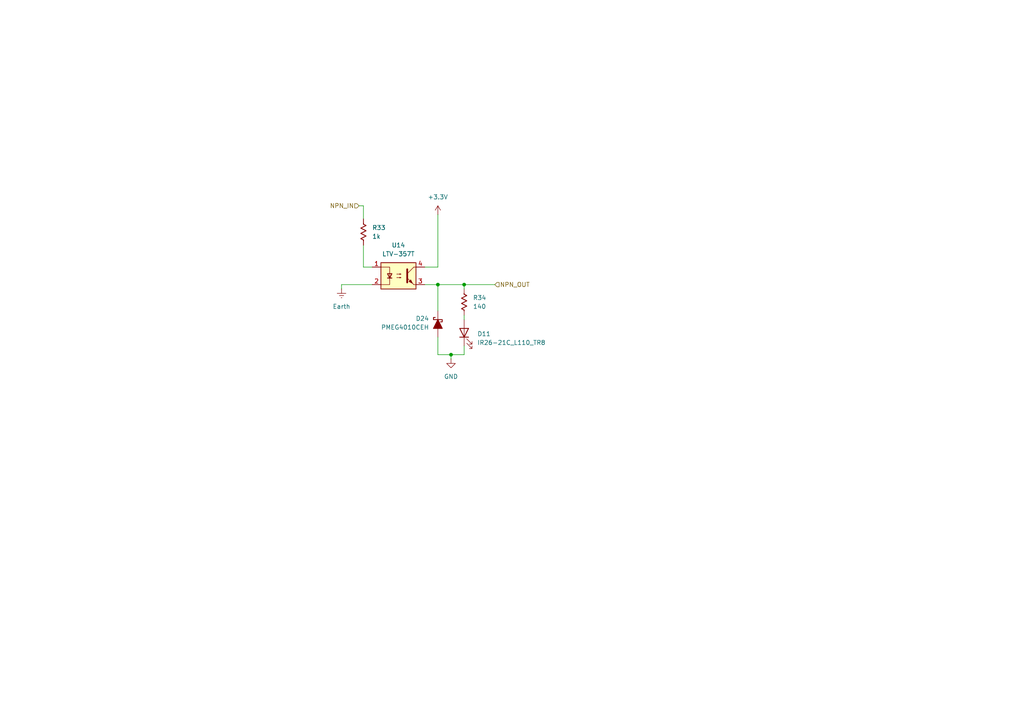
<source format=kicad_sch>
(kicad_sch (version 20250114) (generator "eeschema") (generator_version "9.0")
  (paper "A4")
  (lib_symbols
    (symbol "EasyEDA:+3.3V" (power) (pin_numbers (hide yes)) (pin_names (offset 0) (hide yes))
      (property "Value" "+3.3V" (at 0 3.556 0))
      (symbol "+3.3V_0_1"
        (polyline (pts (xy -0.762 1.27) (xy 0 2.54)))
        (polyline (pts (xy 0 2.54) (xy 0.762 1.27)))
        (polyline (pts (xy 0 0) (xy 0 2.54)))
      )
      (symbol "+3.3V_1_1"
        (pin power_in line (at 0 0 90) (length 0) (name "~") (number "1"))
      )
    )
    (symbol "EasyEDA:GND" (power) (pin_numbers (hide yes)) (pin_names (offset 0) (hide yes))
      (property "Value" "GND" (at 0 -3.81 0))
      (symbol "GND_0_1"
        (polyline (pts (xy 0 0) (xy 0 -1.27) (xy 1.27 -1.27) (xy 0 -2.54) (xy -1.27 -1.27) (xy 0 -1.27)))
      )
      (symbol "GND_1_1"
        (pin power_in line (at 0 0 270) (length 0) (name "~") (number "1"))
      )
    )
    (symbol "EasyEDA:LTV-357T" (pin_names (offset 1.016))
      (property "Reference" "U" (at -5.334 4.826 0))
      (property "Value" "LTV-357T" (at 0 5.08 0))
      (symbol "LTV-357T_0_1"
        (rectangle (start -5.08 3.81) (end 5.08 -3.81) (stroke (width 0.254)) (fill (type background)))
        (polyline (pts (xy -5.08 2.54) (xy -2.54 2.54) (xy -2.54 -0.762)))
        (polyline (pts (xy -3.175 -0.635) (xy -1.905 -0.635)) (stroke (width 0.254)))
        (polyline (pts (xy -2.54 -0.635) (xy -2.54 -2.54) (xy -5.08 -2.54)))
        (polyline (pts (xy -2.54 -0.635) (xy -3.175 0.635) (xy -1.905 0.635) (xy -2.54 -0.635)) (stroke (width 0.254)))
        (polyline (pts (xy -0.508 0.508) (xy 0.762 0.508) (xy 0.381 0.381) (xy 0.381 0.635) (xy 0.762 0.508)))
        (polyline (pts (xy -0.508 -0.508) (xy 0.762 -0.508) (xy 0.381 -0.635) (xy 0.381 -0.381) (xy 0.762 -0.508)))
        (polyline (pts (xy 2.54 1.905) (xy 2.54 -1.905)) (stroke (width 0.508)))
        (polyline (pts (xy 2.54 0.635) (xy 4.445 2.54)))
        (polyline (pts (xy 3.048 -1.651) (xy 3.556 -1.143) (xy 4.064 -2.159) (xy 3.048 -1.651)) (fill (type outline)))
        (polyline (pts (xy 4.445 2.54) (xy 5.08 2.54)))
        (polyline (pts (xy 4.445 -2.54) (xy 2.54 -0.635)) (fill (type outline)))
        (polyline (pts (xy 4.445 -2.54) (xy 5.08 -2.54)))
      )
      (symbol "LTV-357T_1_1"
        (pin passive line (at -7.62 2.54 0) (length 2.54) (name "~") (number "1"))
        (pin passive line (at -7.62 -2.54 0) (length 2.54) (name "~") (number "2"))
        (pin passive line (at 7.62 2.54 180) (length 2.54) (name "~") (number "4"))
        (pin passive line (at 7.62 -2.54 180) (length 2.54) (name "~") (number "3"))
      )
    )
    (symbol "EasyEDA:PMEG4010CEH" (pin_numbers (hide yes)) (pin_names (offset 1.016) (hide yes))
      (property "Reference" "D" (at 0 5.08 0))
      (property "Value" "PMEG4010CEH" (at 0 2.54 0))
      (symbol "PMEG4010CEH_0_1"
        (polyline (pts (xy -1.27 0) (xy 1.27 0)))
        (polyline (pts (xy -1.27 -1.27) (xy -1.27 1.27) (xy 1.27 0) (xy -1.27 -1.27)) (stroke (width 0.254)) (fill (type outline)))
        (polyline (pts (xy 1.905 -0.762) (xy 1.905 -1.27) (xy 1.27 -1.27) (xy 1.27 1.27) (xy 0.635 1.27) (xy 0.635 0.762)) (stroke (width 0.254)))
      )
      (symbol "PMEG4010CEH_0_2"
        (polyline (pts (xy -2.54 -2.54) (xy 2.54 2.54)))
        (polyline (pts (xy -0.889 -0.889) (xy -1.778 0) (xy 0.889 0.889) (xy 0 -1.778) (xy -0.889 -0.889)) (stroke (width 0.254)) (fill (type outline)))
        (polyline (pts (xy 0 1.778) (xy 1.778 0)) (stroke (width 0.254)))
        (polyline (pts (xy 0 1.778) (xy -0.381 1.397) (xy 0 1.016)) (stroke (width 0.254)))
        (polyline (pts (xy 1.778 0) (xy 2.159 0.381) (xy 1.778 0.762)) (stroke (width 0.254)))
      )
      (symbol "PMEG4010CEH_1_1"
        (pin passive line (at -3.81 0 0) (length 2.54) (name "A") (number "2"))
        (pin passive line (at 3.81 0 180) (length 2.54) (name "K") (number "1"))
      )
      (symbol "PMEG4010CEH_1_2"
        (pin passive line (at -2.54 -2.54 0) (length 0) (name "A") (number "2"))
        (pin passive line (at 2.54 2.54 180) (length 0) (name "K") (number "1"))
      )
    )
    (symbol "EasyEDA:R_0603" (pin_numbers (hide yes)) (pin_names (offset 0))
      (property "Reference" "R" (at 2.54 1.27 0))
      (property "Value" "R_0603" (at 2.54 -1.27 0))
      (symbol "R_0603_0_1"
        (polyline (pts (xy 0 2.286) (xy 0 2.54)) (stroke (width 0.254)))
        (polyline (pts (xy 0 2.286) (xy 0.762 1.905) (xy -0.762 1.143) (xy 0 0.762) (xy 0.762 0.381) (xy 0 0) (xy -0.762 -0.381) (xy 0 -0.762) (xy 0.762 -1.143) (xy 0 -1.524) (xy -0.762 -1.905) (xy 0 -2.286)) (stroke (width 0.254)))
        (polyline (pts (xy 0 -2.286) (xy 0 -2.54)) (stroke (width 0.254)))
      )
      (symbol "R_0603_0_2"
        (polyline (pts (xy -2.54 -2.54) (xy -1.778 -1.778)))
        (polyline (pts (xy -1.778 -1.778) (xy -1.524 -1.524)) (stroke (width 0.254)))
        (polyline (pts (xy -1.524 -1.524) (xy -1.778 -0.762) (xy -1.016 -1.016)) (stroke (width 0.254)))
        (polyline (pts (xy -0.508 -0.508) (xy -0.762 0.254) (xy 0 0)) (stroke (width 0.254)))
        (polyline (pts (xy -0.508 -0.508) (xy -0.254 -1.27) (xy -1.016 -1.016)) (stroke (width 0.254)))
        (polyline (pts (xy 0.508 0.508) (xy 0.254 1.27) (xy 1.016 1.016)) (stroke (width 0.254)))
        (polyline (pts (xy 0.508 0.508) (xy 0.762 -0.254) (xy 0 0)) (stroke (width 0.254)))
        (polyline (pts (xy 1.524 1.524) (xy 1.778 0.762) (xy 1.016 1.016)) (stroke (width 0.254)))
        (polyline (pts (xy 1.778 1.778) (xy 1.524 1.524)) (stroke (width 0.254)))
        (polyline (pts (xy 1.778 1.778) (xy 2.54 2.54)))
      )
      (symbol "R_0603_1_1"
        (pin passive line (at 0 3.81 270) (length 1.27) (name "~") (number "1"))
        (pin passive line (at 0 -3.81 90) (length 1.27) (name "~") (number "2"))
      )
      (symbol "R_0603_1_2"
        (pin passive line (at -2.54 -2.54 0) (length 0) (name "") (number "2"))
        (pin passive line (at 2.54 2.54 180) (length 0) (name "") (number "1"))
      )
    )
    (symbol "LED:IR26-21C_L110_TR8" (pin_numbers (hide yes)) (pin_names (offset 1.016) (hide yes))
      (property "Reference" "D" (at 0 2.54 0))
      (property "Value" "IR26-21C_L110_TR8" (at 0 -3.81 0))
      (symbol "IR26-21C_L110_TR8_0_1"
        (polyline (pts (xy -3.048 -0.762) (xy -4.572 -2.286) (xy -3.81 -2.286) (xy -4.572 -2.286) (xy -4.572 -1.524)))
        (polyline (pts (xy -1.778 -0.762) (xy -3.302 -2.286) (xy -2.54 -2.286) (xy -3.302 -2.286) (xy -3.302 -1.524)))
        (polyline (pts (xy -1.27 0) (xy 1.27 0)))
        (polyline (pts (xy -1.27 -1.27) (xy -1.27 1.27)) (stroke (width 0.254)))
        (polyline (pts (xy 1.27 -1.27) (xy 1.27 1.27) (xy -1.27 0) (xy 1.27 -1.27)) (stroke (width 0.254)))
      )
      (symbol "IR26-21C_L110_TR8_1_1"
        (pin passive line (at -3.81 0 0) (length 2.54) (name "K") (number "1"))
        (pin passive line (at 3.81 0 180) (length 2.54) (name "A") (number "2"))
      )
    )
    (symbol "power:Earth" (power) (pin_numbers (hide yes)) (pin_names (offset 0) (hide yes))
      (property "Value" "Earth" (at 0 -3.81 0))
      (symbol "Earth_0_1"
        (polyline (pts (xy -0.635 -1.905) (xy 0.635 -1.905)))
        (polyline (pts (xy -0.127 -2.54) (xy 0.127 -2.54)))
        (polyline (pts (xy 0 -1.27) (xy 0 0)))
        (polyline (pts (xy 1.27 -1.27) (xy -1.27 -1.27)))
      )
      (symbol "Earth_1_1"
        (pin power_in line (at 0 0 270) (length 0) (name "~") (number "1"))
      )
    )
  )
  (junction (at 130.81 102.87))
  (junction (at 134.62 82.55))
  (junction (at 127 82.55))
  (wire (pts (xy 127 82.55) (xy 134.62 82.55)))
  (wire (pts (xy 130.81 102.87) (xy 130.81 104.14)))
  (wire (pts (xy 105.41 77.47) (xy 107.95 77.47)))
  (wire (pts (xy 105.41 59.69) (xy 105.41 63.5)))
  (wire (pts (xy 134.62 100.33) (xy 134.62 102.87)))
  (wire (pts (xy 134.62 102.87) (xy 130.81 102.87)))
  (wire (pts (xy 134.62 82.55) (xy 143.51 82.55)))
  (wire (pts (xy 123.19 77.47) (xy 127 77.47)))
  (wire (pts (xy 104.14 59.69) (xy 105.41 59.69)))
  (wire (pts (xy 134.62 91.44) (xy 134.62 92.71)))
  (wire (pts (xy 99.06 82.55) (xy 107.95 82.55)))
  (wire (pts (xy 127 90.17) (xy 127 82.55)))
  (wire (pts (xy 99.06 82.55) (xy 99.06 83.82)))
  (wire (pts (xy 105.41 71.12) (xy 105.41 77.47)))
  (wire (pts (xy 127 62.23) (xy 127 77.47)))
  (wire (pts (xy 127 97.79) (xy 127 102.87)))
  (wire (pts (xy 123.19 82.55) (xy 127 82.55)))
  (wire (pts (xy 130.81 102.87) (xy 127 102.87)))
  (wire (pts (xy 134.62 82.55) (xy 134.62 83.82)))
  (hierarchical_label "NPN_IN" (shape input) (at 104.14 59.69 180))
  (hierarchical_label "NPN_OUT" (shape input) (at 143.51 82.55 0))
  (symbol (lib_id "EasyEDA:+3.3V") (at 127 62.23 0) (unit 1)
    (property "Reference" "#PWR027" (effects (hide yes)))
    (property "Value" "+3.3V" (at 127 57.15 0))
    (property "Description" "Power symbol creates a global label with name \"+3.3V\"" (effects (hide yes)))
    (instances (project "Nivara_PCB" (path "" (reference "#PWR055") (unit 1)) (path "" (reference "#PWR027") (unit 1))))
  )
  (symbol (lib_id "EasyEDA:GND") (at 130.81 104.14 0) (unit 1)
    (property "Reference" "#PWR028" (effects (hide yes)))
    (property "Value" "GND" (at 130.81 109.22 0))
    (property "Description" "Power symbol creates a global label with name \"GND\" , ground" (effects (hide yes)))
    (instances (project "Nivara_PCB" (path "" (reference "#PWR056") (unit 1)) (path "" (reference "#PWR028") (unit 1))))
  )
  (symbol (lib_id "EasyEDA:PMEG4010CEH") (at 127 93.98 270) (mirror x) (unit 1)
    (property "Reference" "D9" (at 124.46 92.3924 90) (effects (justify right)))
    (property "Value" "PMEG4010CEH" (at 124.46 94.9324 90) (effects (justify right)))
    (property "Footprint" "PCM_Diode_SMD_AKL:D_SOD-123F" (effects (hide yes)))
    (property "Datasheet" "https://www.tme.eu/Document/6076ddfe18935c4c311aad91dddcf920/PMEG4010CEX-DTE.pdf" (effects (hide yes)))
    (property "Description" "SOD-123F Schottky diode, 40V, 1A, Alternate KiCAD Library" (effects (hide yes)))
    (instances (project "Nivara_PCB" (path "" (reference "D24") (unit 1)) (path "" (reference "D9") (unit 1))))
  )
  (symbol (lib_id "power:Earth") (at 99.06 83.82 0) (unit 1)
    (property "Reference" "#PWR083" (effects (hide yes)))
    (property "Value" "Earth" (at 99.06 88.9 0))
    (property "Description" "Power symbol creates a global label with name \"Earth\"" (effects (hide yes)))
    (instances (project "" (path "" (reference "#PWR084") (unit 1)) (path "" (reference "#PWR083") (unit 1))))
  )
  (symbol (lib_id "LED:IR26-21C_L110_TR8") (at 134.62 96.52 90) (unit 1)
    (property "Reference" "D10" (at 138.43 96.8374 90) (effects (justify right)))
    (property "Value" "IR26-21C_L110_TR8" (at 138.43 99.3774 90) (effects (justify right)))
    (property "Footprint" "LED_SMD:LED_1206_3216Metric" (effects (hide yes)))
    (property "Datasheet" "http://www.everlight.com/file/ProductFile/IR26-21C-L110-TR8.pdf" (effects (hide yes)))
    (property "Description" "940nm, 20 deg, Infrared LED, 1206" (effects (hide yes)))
    (instances (project "Nivara_PCB" (path "" (reference "D11") (unit 1)) (path "" (reference "D10") (unit 1))))
  )
  (symbol (lib_id "EasyEDA:R_0603") (at 105.41 67.31 0) (unit 1)
    (property "Reference" "R9" (at 107.95 66.0399 0) (effects (justify left)))
    (property "Value" "1k" (at 107.95 68.5799 0) (effects (justify left)))
    (property "Footprint" "PCM_Resistor_SMD_AKL:R_0603_1608Metric" (effects (hide yes)))
    (property "Description" "SMD 0603 Chip Resistor, US Symbol, Alternate KiCad Library" (effects (hide yes)))
    (instances (project "Nivara_PCB" (path "" (reference "R33") (unit 1)) (path "" (reference "R9") (unit 1))))
  )
  (symbol (lib_id "EasyEDA:LTV-357T") (at 115.57 80.01 0) (unit 1)
    (property "Reference" "U6" (at 115.57 71.12 0))
    (property "Value" "LTV-357T" (at 115.57 73.66 0))
    (property "Footprint" "Package_SO:SO-4_4.4x3.6mm_P2.54mm" (effects (hide yes)))
    (property "Datasheet" "https://www.buerklin.com/medias/sys_master/download/download/h91/ha0/8892020588574.pdf" (effects (hide yes)))
    (property "Description" "DC Optocoupler, Vce 35V, CTR 50%, SO-4" (effects (hide yes)))
    (instances (project "Nivara_PCB" (path "" (reference "U14") (unit 1)) (path "" (reference "U6") (unit 1))))
  )
  (symbol (lib_id "EasyEDA:R_0603") (at 134.62 87.63 0) (unit 1)
    (property "Reference" "R10" (at 137.16 86.3599 0) (effects (justify left)))
    (property "Value" "140" (at 137.16 88.8999 0) (effects (justify left)))
    (property "Footprint" "PCM_Resistor_SMD_AKL:R_0603_1608Metric" (effects (hide yes)))
    (property "Description" "SMD 0603 Chip Resistor, US Symbol, Alternate KiCad Library" (effects (hide yes)))
    (instances (project "Nivara_PCB" (path "" (reference "R34") (unit 1)) (path "" (reference "R10") (unit 1))))
  )
)
</source>
